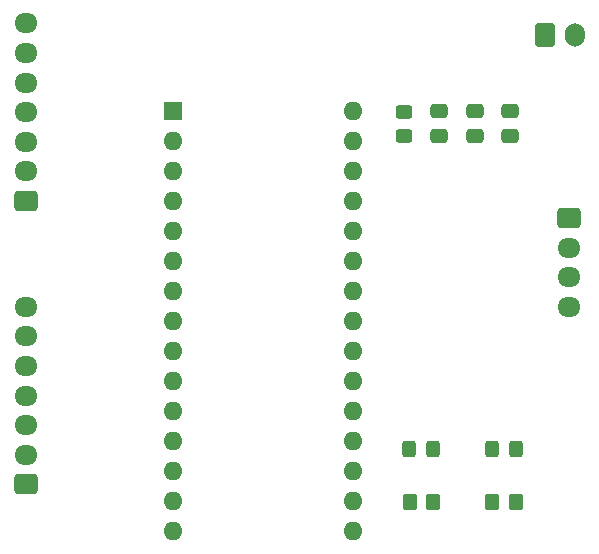
<source format=gbr>
%TF.GenerationSoftware,KiCad,Pcbnew,8.0.1*%
%TF.CreationDate,2024-05-22T11:11:13+02:00*%
%TF.ProjectId,Slave,536c6176-652e-46b6-9963-61645f706362,rev?*%
%TF.SameCoordinates,Original*%
%TF.FileFunction,Soldermask,Top*%
%TF.FilePolarity,Negative*%
%FSLAX46Y46*%
G04 Gerber Fmt 4.6, Leading zero omitted, Abs format (unit mm)*
G04 Created by KiCad (PCBNEW 8.0.1) date 2024-05-22 11:11:13*
%MOMM*%
%LPD*%
G01*
G04 APERTURE LIST*
G04 Aperture macros list*
%AMRoundRect*
0 Rectangle with rounded corners*
0 $1 Rounding radius*
0 $2 $3 $4 $5 $6 $7 $8 $9 X,Y pos of 4 corners*
0 Add a 4 corners polygon primitive as box body*
4,1,4,$2,$3,$4,$5,$6,$7,$8,$9,$2,$3,0*
0 Add four circle primitives for the rounded corners*
1,1,$1+$1,$2,$3*
1,1,$1+$1,$4,$5*
1,1,$1+$1,$6,$7*
1,1,$1+$1,$8,$9*
0 Add four rect primitives between the rounded corners*
20,1,$1+$1,$2,$3,$4,$5,0*
20,1,$1+$1,$4,$5,$6,$7,0*
20,1,$1+$1,$6,$7,$8,$9,0*
20,1,$1+$1,$8,$9,$2,$3,0*%
G04 Aperture macros list end*
%ADD10RoundRect,0.250000X-0.600000X-0.750000X0.600000X-0.750000X0.600000X0.750000X-0.600000X0.750000X0*%
%ADD11O,1.700000X2.000000*%
%ADD12RoundRect,0.250000X-0.725000X0.600000X-0.725000X-0.600000X0.725000X-0.600000X0.725000X0.600000X0*%
%ADD13O,1.950000X1.700000*%
%ADD14RoundRect,0.250000X0.325000X0.450000X-0.325000X0.450000X-0.325000X-0.450000X0.325000X-0.450000X0*%
%ADD15R,1.600000X1.600000*%
%ADD16O,1.600000X1.600000*%
%ADD17RoundRect,0.250000X0.725000X-0.600000X0.725000X0.600000X-0.725000X0.600000X-0.725000X-0.600000X0*%
%ADD18RoundRect,0.250000X-0.475000X0.337500X-0.475000X-0.337500X0.475000X-0.337500X0.475000X0.337500X0*%
%ADD19RoundRect,0.250000X0.350000X0.450000X-0.350000X0.450000X-0.350000X-0.450000X0.350000X-0.450000X0*%
%ADD20RoundRect,0.250000X-0.350000X-0.450000X0.350000X-0.450000X0.350000X0.450000X-0.350000X0.450000X0*%
%ADD21RoundRect,0.250000X0.450000X-0.325000X0.450000X0.325000X-0.450000X0.325000X-0.450000X-0.325000X0*%
G04 APERTURE END LIST*
D10*
%TO.C,J2*%
X154000000Y-59000000D03*
D11*
X156500000Y-59000000D03*
%TD*%
D12*
%TO.C,J6*%
X156000000Y-74500000D03*
D13*
X156000000Y-77000000D03*
X156000000Y-79500000D03*
X156000000Y-82000000D03*
%TD*%
D14*
%TO.C,CAN Led*%
X151500000Y-94000000D03*
X149450000Y-94000000D03*
%TD*%
D15*
%TO.C,A1*%
X122500000Y-65440000D03*
D16*
X122500000Y-67980000D03*
X122500000Y-70520000D03*
X122500000Y-73060000D03*
X122500000Y-75600000D03*
X122500000Y-78140000D03*
X122500000Y-80680000D03*
X122500000Y-83220000D03*
X122500000Y-85760000D03*
X122500000Y-88300000D03*
X122500000Y-90840000D03*
X122500000Y-93380000D03*
X122500000Y-95920000D03*
X122500000Y-98460000D03*
X122500000Y-101000000D03*
X137740000Y-101000000D03*
X137740000Y-98460000D03*
X137740000Y-95920000D03*
X137740000Y-93380000D03*
X137740000Y-90840000D03*
X137740000Y-88300000D03*
X137740000Y-85760000D03*
X137740000Y-83220000D03*
X137740000Y-80680000D03*
X137740000Y-78140000D03*
X137740000Y-75600000D03*
X137740000Y-73060000D03*
X137740000Y-70520000D03*
X137740000Y-67980000D03*
X137740000Y-65440000D03*
%TD*%
D17*
%TO.C,J1*%
X110000000Y-97000000D03*
D13*
X110000000Y-94500000D03*
X110000000Y-92000000D03*
X110000000Y-89500000D03*
X110000000Y-87000000D03*
X110000000Y-84500000D03*
X110000000Y-82000000D03*
%TD*%
D18*
%TO.C,C1*%
X151000000Y-65425000D03*
X151000000Y-67500000D03*
%TD*%
D17*
%TO.C,J3*%
X110000000Y-73000000D03*
D13*
X110000000Y-70500000D03*
X110000000Y-68000000D03*
X110000000Y-65500000D03*
X110000000Y-63000000D03*
X110000000Y-60500000D03*
X110000000Y-58000000D03*
%TD*%
D19*
%TO.C,R2*%
X151500000Y-98500000D03*
X149500000Y-98500000D03*
%TD*%
D18*
%TO.C,C2*%
X148000000Y-65425000D03*
X148000000Y-67500000D03*
%TD*%
D14*
%TO.C,RFID Led*%
X144500000Y-94000000D03*
X142450000Y-94000000D03*
%TD*%
D20*
%TO.C,R1*%
X142500000Y-98500000D03*
X144500000Y-98500000D03*
%TD*%
D18*
%TO.C,C3*%
X145000000Y-65425000D03*
X145000000Y-67500000D03*
%TD*%
D21*
%TO.C,D1*%
X142000000Y-67550000D03*
X142000000Y-65500000D03*
%TD*%
M02*

</source>
